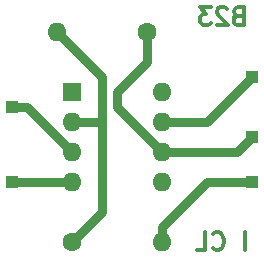
<source format=gbr>
G04 #@! TF.FileFunction,Copper,L2,Bot,Signal*
%FSLAX46Y46*%
G04 Gerber Fmt 4.6, Leading zero omitted, Abs format (unit mm)*
G04 Created by KiCad (PCBNEW 4.0.7) date 01/25/19 00:29:59*
%MOMM*%
%LPD*%
G01*
G04 APERTURE LIST*
%ADD10C,0.100000*%
%ADD11C,0.300000*%
%ADD12R,1.000000X1.000000*%
%ADD13C,1.600000*%
%ADD14O,1.600000X1.600000*%
%ADD15R,1.600000X1.600000*%
%ADD16C,0.750000*%
G04 APERTURE END LIST*
D10*
D11*
X161948571Y-99738571D02*
X161948571Y-98238571D01*
X159234285Y-99595714D02*
X159305714Y-99667143D01*
X159520000Y-99738571D01*
X159662857Y-99738571D01*
X159877142Y-99667143D01*
X160020000Y-99524286D01*
X160091428Y-99381429D01*
X160162857Y-99095714D01*
X160162857Y-98881429D01*
X160091428Y-98595714D01*
X160020000Y-98452857D01*
X159877142Y-98310000D01*
X159662857Y-98238571D01*
X159520000Y-98238571D01*
X159305714Y-98310000D01*
X159234285Y-98381429D01*
X157877142Y-99738571D02*
X158591428Y-99738571D01*
X158591428Y-98238571D01*
X161341428Y-79902857D02*
X161127142Y-79974286D01*
X161055714Y-80045714D01*
X160984285Y-80188571D01*
X160984285Y-80402857D01*
X161055714Y-80545714D01*
X161127142Y-80617143D01*
X161270000Y-80688571D01*
X161841428Y-80688571D01*
X161841428Y-79188571D01*
X161341428Y-79188571D01*
X161198571Y-79260000D01*
X161127142Y-79331429D01*
X161055714Y-79474286D01*
X161055714Y-79617143D01*
X161127142Y-79760000D01*
X161198571Y-79831429D01*
X161341428Y-79902857D01*
X161841428Y-79902857D01*
X160412857Y-79331429D02*
X160341428Y-79260000D01*
X160198571Y-79188571D01*
X159841428Y-79188571D01*
X159698571Y-79260000D01*
X159627142Y-79331429D01*
X159555714Y-79474286D01*
X159555714Y-79617143D01*
X159627142Y-79831429D01*
X160484285Y-80688571D01*
X159555714Y-80688571D01*
X159055714Y-79188571D02*
X158127143Y-79188571D01*
X158627143Y-79760000D01*
X158412857Y-79760000D01*
X158270000Y-79831429D01*
X158198571Y-79902857D01*
X158127143Y-80045714D01*
X158127143Y-80402857D01*
X158198571Y-80545714D01*
X158270000Y-80617143D01*
X158412857Y-80688571D01*
X158841429Y-80688571D01*
X158984286Y-80617143D01*
X159055714Y-80545714D01*
D12*
X162560000Y-85090000D03*
X142240000Y-93980000D03*
X142240000Y-87630000D03*
X162560000Y-93980000D03*
X162560000Y-90170000D03*
D13*
X147320000Y-99060000D03*
D14*
X154940000Y-99060000D03*
D13*
X153670000Y-81280000D03*
D14*
X146050000Y-81280000D03*
D15*
X147320000Y-86360000D03*
D14*
X154940000Y-93980000D03*
X147320000Y-88900000D03*
X154940000Y-91440000D03*
X147320000Y-91440000D03*
X154940000Y-88900000D03*
X147320000Y-93980000D03*
X154940000Y-86360000D03*
D16*
X154940000Y-88900000D02*
X158750000Y-88900000D01*
X158750000Y-88900000D02*
X162560000Y-85090000D01*
X142240000Y-93980000D02*
X147320000Y-93980000D01*
X142240000Y-87630000D02*
X143510000Y-87630000D01*
X143510000Y-87630000D02*
X147320000Y-91440000D01*
X162560000Y-93980000D02*
X158750000Y-93980000D01*
X154940000Y-97790000D02*
X154940000Y-99060000D01*
X158750000Y-93980000D02*
X154940000Y-97790000D01*
X153670000Y-81280000D02*
X153670000Y-83820000D01*
X151130000Y-87630000D02*
X154940000Y-91440000D01*
X151130000Y-86360000D02*
X151130000Y-87630000D01*
X153670000Y-83820000D02*
X151130000Y-86360000D01*
X154940000Y-91440000D02*
X161290000Y-91440000D01*
X161290000Y-91440000D02*
X162560000Y-90170000D01*
X147320000Y-99060000D02*
X149860000Y-96520000D01*
X149860000Y-93980000D02*
X149860000Y-88900000D01*
X149860000Y-96520000D02*
X149860000Y-93980000D01*
X146050000Y-81280000D02*
X149860000Y-85090000D01*
X149860000Y-88900000D02*
X147320000Y-88900000D01*
X149860000Y-85090000D02*
X149860000Y-88900000D01*
M02*

</source>
